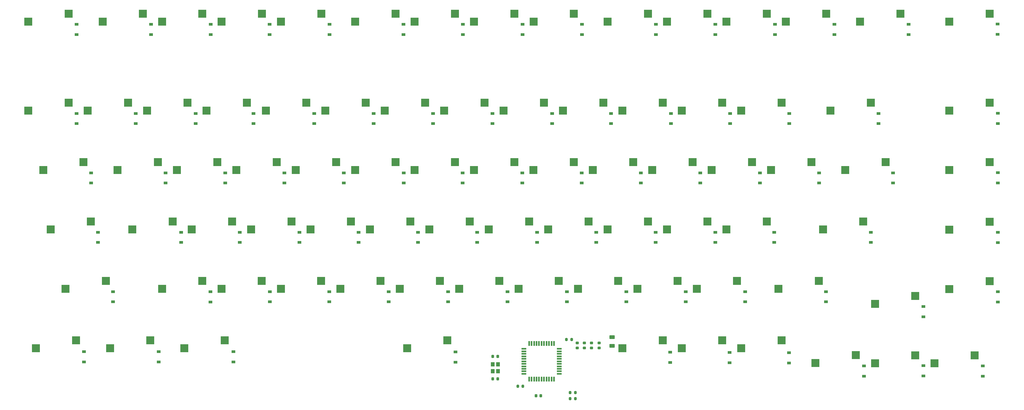
<source format=gbr>
%TF.GenerationSoftware,KiCad,Pcbnew,(6.0.0)*%
%TF.CreationDate,2022-01-14T20:24:59+07:00*%
%TF.ProjectId,fese75,66657365-3735-42e6-9b69-6361645f7063,rev?*%
%TF.SameCoordinates,Original*%
%TF.FileFunction,Paste,Bot*%
%TF.FilePolarity,Positive*%
%FSLAX46Y46*%
G04 Gerber Fmt 4.6, Leading zero omitted, Abs format (unit mm)*
G04 Created by KiCad (PCBNEW (6.0.0)) date 2022-01-14 20:24:59*
%MOMM*%
%LPD*%
G01*
G04 APERTURE LIST*
G04 Aperture macros list*
%AMRoundRect*
0 Rectangle with rounded corners*
0 $1 Rounding radius*
0 $2 $3 $4 $5 $6 $7 $8 $9 X,Y pos of 4 corners*
0 Add a 4 corners polygon primitive as box body*
4,1,4,$2,$3,$4,$5,$6,$7,$8,$9,$2,$3,0*
0 Add four circle primitives for the rounded corners*
1,1,$1+$1,$2,$3*
1,1,$1+$1,$4,$5*
1,1,$1+$1,$6,$7*
1,1,$1+$1,$8,$9*
0 Add four rect primitives between the rounded corners*
20,1,$1+$1,$2,$3,$4,$5,0*
20,1,$1+$1,$4,$5,$6,$7,0*
20,1,$1+$1,$6,$7,$8,$9,0*
20,1,$1+$1,$8,$9,$2,$3,0*%
G04 Aperture macros list end*
%ADD10R,2.550000X2.500000*%
%ADD11R,1.200000X0.900000*%
%ADD12RoundRect,0.200000X-0.200000X-0.275000X0.200000X-0.275000X0.200000X0.275000X-0.200000X0.275000X0*%
%ADD13RoundRect,0.200000X0.200000X0.275000X-0.200000X0.275000X-0.200000X-0.275000X0.200000X-0.275000X0*%
%ADD14RoundRect,0.225000X0.250000X-0.225000X0.250000X0.225000X-0.250000X0.225000X-0.250000X-0.225000X0*%
%ADD15RoundRect,0.225000X0.225000X0.250000X-0.225000X0.250000X-0.225000X-0.250000X0.225000X-0.250000X0*%
%ADD16RoundRect,0.250000X0.625000X-0.375000X0.625000X0.375000X-0.625000X0.375000X-0.625000X-0.375000X0*%
%ADD17RoundRect,0.225000X-0.225000X-0.250000X0.225000X-0.250000X0.225000X0.250000X-0.225000X0.250000X0*%
%ADD18R,1.200000X1.400000*%
%ADD19R,0.550000X1.500000*%
%ADD20R,1.500000X0.550000*%
G04 APERTURE END LIST*
D10*
%TO.C,R1*%
X121096250Y-105453750D03*
X134023250Y-102913750D03*
%TD*%
%TO.C,H1*%
X163958750Y-124503750D03*
X176885750Y-121963750D03*
%TD*%
%TO.C,/1*%
X249683750Y-143553750D03*
X262610750Y-141013750D03*
%TD*%
%TO.C,[1*%
X254446250Y-105453750D03*
X267373250Y-102913750D03*
%TD*%
%TO.C,MX8*%
X187771250Y-86403750D03*
X200698250Y-83863750D03*
%TD*%
%TO.C,UP1*%
X306833750Y-148316250D03*
X319760750Y-145776250D03*
%TD*%
%TO.C,F7*%
X178289106Y-57828750D03*
X191216106Y-55288750D03*
%TD*%
%TO.C,WIN1*%
X61565000Y-162603750D03*
X74492000Y-160063750D03*
%TD*%
%TO.C,MX6*%
X149671250Y-86403750D03*
X162598250Y-83863750D03*
%TD*%
%TO.C,TAB1*%
X40133750Y-105453750D03*
X53060750Y-102913750D03*
%TD*%
%TO.C,MX7*%
X168721250Y-86403750D03*
X181648250Y-83863750D03*
%TD*%
%TO.C,MX5*%
X130621250Y-86403750D03*
X143548250Y-83863750D03*
%TD*%
%TO.C,Q1*%
X63946250Y-105453750D03*
X76873250Y-102913750D03*
%TD*%
%TO.C,BACK1*%
X292546250Y-86403750D03*
X305473250Y-83863750D03*
%TD*%
%TO.C,E1*%
X102046250Y-105453750D03*
X114973250Y-102913750D03*
%TD*%
%TO.C,;1*%
X240158750Y-124503750D03*
X253085750Y-121963750D03*
%TD*%
%TO.C,\u002C1*%
X211583750Y-143553750D03*
X224510750Y-141013750D03*
%TD*%
%TO.C,P1*%
X235396250Y-105453750D03*
X248323250Y-102913750D03*
%TD*%
%TO.C,ALT2*%
X225871250Y-162603750D03*
X238798250Y-160063750D03*
%TD*%
%TO.C,X1*%
X97283750Y-143553750D03*
X110210750Y-141013750D03*
%TD*%
%TO.C,ENTER1*%
X290165000Y-124503750D03*
X303092000Y-121963750D03*
%TD*%
%TO.C,OPT3*%
X330646250Y-105466250D03*
X343573250Y-102926250D03*
%TD*%
%TO.C,F5*%
X140146250Y-57828750D03*
X153073250Y-55288750D03*
%TD*%
%TO.C,F9*%
X221120656Y-57828750D03*
X234047656Y-55288750D03*
%TD*%
%TO.C,OPT2*%
X330646250Y-86403750D03*
X343573250Y-83863750D03*
%TD*%
%TO.C,ALT1*%
X85377500Y-162603750D03*
X98304500Y-160063750D03*
%TD*%
%TO.C,`~1*%
X35371250Y-86403750D03*
X48298250Y-83863750D03*
%TD*%
%TO.C,J1*%
X183008750Y-124503750D03*
X195935750Y-121963750D03*
%TD*%
%TO.C,O1*%
X216346250Y-105453750D03*
X229273250Y-102913750D03*
%TD*%
%TO.C,F13*%
X125858750Y-124503750D03*
X138785750Y-121963750D03*
%TD*%
%TO.C,L1*%
X221108750Y-124503750D03*
X234035750Y-121963750D03*
%TD*%
%TO.C,B1*%
X154433750Y-143553750D03*
X167360750Y-141013750D03*
%TD*%
%TO.C,MX9*%
X206821250Y-86403750D03*
X219748250Y-83863750D03*
%TD*%
%TO.C,SPACE1*%
X156815000Y-162603750D03*
X169742000Y-160063750D03*
%TD*%
%TO.C,F1*%
X59183750Y-57828750D03*
X72110750Y-55288750D03*
%TD*%
%TO.C,DEL1*%
X302071250Y-57828750D03*
X314998250Y-55288750D03*
%TD*%
%TO.C,D46*%
X106808750Y-124503750D03*
X119735750Y-121963750D03*
%TD*%
%TO.C,U1*%
X178246250Y-105453750D03*
X191173250Y-102913750D03*
%TD*%
%TO.C,V1*%
X135383750Y-143553750D03*
X148310750Y-141013750D03*
%TD*%
%TO.C,G1*%
X144908750Y-124503750D03*
X157835750Y-121963750D03*
%TD*%
%TO.C,Z1*%
X78233750Y-143553750D03*
X91160750Y-141013750D03*
%TD*%
%TO.C,'1*%
X259208750Y-124503750D03*
X272135750Y-121963750D03*
%TD*%
%TO.C,CTL1*%
X263971250Y-162603750D03*
X276898250Y-160063750D03*
%TD*%
%TO.C,Y1*%
X159196250Y-105453750D03*
X172123250Y-102913750D03*
%TD*%
%TO.C,W1*%
X82996250Y-105453750D03*
X95923250Y-102913750D03*
%TD*%
%TO.C,F3*%
X97301309Y-57828750D03*
X110228309Y-55288750D03*
%TD*%
%TO.C,LEFT1*%
X287765000Y-167347500D03*
X300692000Y-164807500D03*
%TD*%
%TO.C,C1*%
X116333750Y-143553750D03*
X129260750Y-141013750D03*
%TD*%
%TO.C,F8*%
X197360534Y-57828750D03*
X210287534Y-55288750D03*
%TD*%
%TO.C,]1*%
X273496250Y-105453750D03*
X286423250Y-102913750D03*
%TD*%
%TO.C,K1*%
X202058750Y-124503750D03*
X214985750Y-121963750D03*
%TD*%
%TO.C,F4*%
X116368868Y-57828750D03*
X129295868Y-55288750D03*
%TD*%
%TO.C,DOWN1*%
X306833750Y-167366250D03*
X319760750Y-164826250D03*
%TD*%
%TO.C,OPT5*%
X330646250Y-143591250D03*
X343573250Y-141051250D03*
%TD*%
%TO.C,FN1*%
X244921250Y-162603750D03*
X257848250Y-160063750D03*
%TD*%
%TO.C,F12*%
X278234938Y-57828750D03*
X291161938Y-55288750D03*
%TD*%
%TO.C,R_SHIFT1*%
X275877500Y-143553750D03*
X288804500Y-141013750D03*
%TD*%
%TO.C,esc1*%
X35371250Y-57828750D03*
X48298250Y-55288750D03*
%TD*%
%TO.C,\u005C1*%
X297308750Y-105453750D03*
X310235750Y-102913750D03*
%TD*%
%TO.C,OPT4*%
X330646250Y-124528750D03*
X343573250Y-121988750D03*
%TD*%
%TO.C,F11*%
X259196844Y-57828750D03*
X272123844Y-55288750D03*
%TD*%
%TO.C,A1*%
X68708750Y-124503750D03*
X81635750Y-121963750D03*
%TD*%
%TO.C,MX3*%
X92521250Y-86403750D03*
X105448250Y-83863750D03*
%TD*%
%TO.C,MX4*%
X111571250Y-86403750D03*
X124498250Y-83863750D03*
%TD*%
%TO.C,MX2*%
X73471250Y-86403750D03*
X86398250Y-83863750D03*
%TD*%
%TO.C,I1*%
X197296250Y-105453750D03*
X210223250Y-102913750D03*
%TD*%
%TO.C,MX1*%
X54421250Y-86403750D03*
X67348250Y-83863750D03*
%TD*%
%TO.C,.1*%
X230633750Y-143553750D03*
X243560750Y-141013750D03*
%TD*%
%TO.C,F6*%
X159217678Y-57828750D03*
X172144678Y-55288750D03*
%TD*%
%TO.C,CAPS1*%
X42515000Y-124503750D03*
X55442000Y-121963750D03*
%TD*%
%TO.C,RIGHT1*%
X325883750Y-167366250D03*
X338810750Y-164826250D03*
%TD*%
%TO.C,L_SHIFT1*%
X47277500Y-143553750D03*
X60204500Y-141013750D03*
%TD*%
%TO.C,F10*%
X240158750Y-57828750D03*
X253085750Y-55288750D03*
%TD*%
%TO.C,M1*%
X192533750Y-143553750D03*
X205460750Y-141013750D03*
%TD*%
%TO.C,+1*%
X263971250Y-86403750D03*
X276898250Y-83863750D03*
%TD*%
%TO.C,F2*%
X78233750Y-57828750D03*
X91160750Y-55288750D03*
%TD*%
%TO.C,N1*%
X173483750Y-143553750D03*
X186410750Y-141013750D03*
%TD*%
%TO.C,MX10*%
X225871250Y-86403750D03*
X238798250Y-83863750D03*
%TD*%
%TO.C,-1*%
X244921250Y-86403750D03*
X257848250Y-83863750D03*
%TD*%
%TO.C,CLT1*%
X37752500Y-162603750D03*
X50679500Y-160063750D03*
%TD*%
%TO.C,S1*%
X87758750Y-124503750D03*
X100685750Y-121963750D03*
%TD*%
%TO.C,T1*%
X140146250Y-105453750D03*
X153073250Y-102913750D03*
%TD*%
%TO.C,OPT1*%
X330646250Y-57828750D03*
X343573250Y-55288750D03*
%TD*%
D11*
%TO.C,D11*%
X255672322Y-61996250D03*
X255672322Y-58696250D03*
%TD*%
%TO.C,D9*%
X212881250Y-61996250D03*
X212881250Y-58696250D03*
%TD*%
%TO.C,D49*%
X103168750Y-128671250D03*
X103168750Y-125371250D03*
%TD*%
%TO.C,D78*%
X172300000Y-167093750D03*
X172300000Y-163793750D03*
%TD*%
%TO.C,D24*%
X203281250Y-90571250D03*
X203281250Y-87271250D03*
%TD*%
%TO.C,D19*%
X107556250Y-90571250D03*
X107556250Y-87271250D03*
%TD*%
%TO.C,D82*%
X303268750Y-171515000D03*
X303268750Y-168215000D03*
%TD*%
%TO.C,D61*%
X62487500Y-147721250D03*
X62487500Y-144421250D03*
%TD*%
%TO.C,D34*%
X117506250Y-109621250D03*
X117506250Y-106321250D03*
%TD*%
%TO.C,D43*%
X288956250Y-109621250D03*
X288956250Y-106321250D03*
%TD*%
%TO.C,D53*%
X179293750Y-128671250D03*
X179293750Y-125371250D03*
%TD*%
%TO.C,D57*%
X255668750Y-128671250D03*
X255668750Y-125371250D03*
%TD*%
%TO.C,D14*%
X317625000Y-62012500D03*
X317625000Y-58712500D03*
%TD*%
%TO.C,D3*%
X93803869Y-61996250D03*
X93803869Y-58696250D03*
%TD*%
%TO.C,D2*%
X74706250Y-62037500D03*
X74706250Y-58737500D03*
%TD*%
%TO.C,D52*%
X160318750Y-128671250D03*
X160318750Y-125371250D03*
%TD*%
%TO.C,D75*%
X53237500Y-166968750D03*
X53237500Y-163668750D03*
%TD*%
%TO.C,D54*%
X198468750Y-128671250D03*
X198468750Y-125371250D03*
%TD*%
%TO.C,D56*%
X236468750Y-128671250D03*
X236468750Y-125371250D03*
%TD*%
%TO.C,D79*%
X241181250Y-167193750D03*
X241181250Y-163893750D03*
%TD*%
%TO.C,D80*%
X260206250Y-167243750D03*
X260206250Y-163943750D03*
%TD*%
%TO.C,D35*%
X136556250Y-109621250D03*
X136556250Y-106321250D03*
%TD*%
%TO.C,D16*%
X50856250Y-90571250D03*
X50856250Y-87271250D03*
%TD*%
%TO.C,D48*%
X84318750Y-128671250D03*
X84318750Y-125371250D03*
%TD*%
%TO.C,D30*%
X346193750Y-90556250D03*
X346193750Y-87256250D03*
%TD*%
%TO.C,D83*%
X322368750Y-171481250D03*
X322368750Y-168181250D03*
%TD*%
%TO.C,D13*%
X293805656Y-61996250D03*
X293805656Y-58696250D03*
%TD*%
%TO.C,D41*%
X250856250Y-109621250D03*
X250856250Y-106321250D03*
%TD*%
D12*
%TO.C,R2*%
X192275000Y-174787500D03*
X193925000Y-174787500D03*
%TD*%
D11*
%TO.C,D21*%
X146106250Y-90571250D03*
X146106250Y-87271250D03*
%TD*%
%TO.C,D71*%
X265193750Y-147721250D03*
X265193750Y-144421250D03*
%TD*%
D13*
%TO.C,R4*%
X210750000Y-176787500D03*
X209100000Y-176787500D03*
%TD*%
D11*
%TO.C,D32*%
X79406250Y-109621250D03*
X79406250Y-106321250D03*
%TD*%
%TO.C,D40*%
X231756250Y-109621250D03*
X231756250Y-106321250D03*
%TD*%
%TO.C,D51*%
X141293750Y-128671250D03*
X141293750Y-125371250D03*
%TD*%
%TO.C,D47*%
X57725000Y-128671250D03*
X57725000Y-125371250D03*
%TD*%
D12*
%TO.C,R5*%
X207925000Y-159787500D03*
X209575000Y-159787500D03*
%TD*%
D11*
%TO.C,D27*%
X260406250Y-90571250D03*
X260406250Y-87271250D03*
%TD*%
%TO.C,D29*%
X307931250Y-90571250D03*
X307931250Y-87271250D03*
%TD*%
D14*
%TO.C,C6*%
X215958750Y-162462500D03*
X215958750Y-160912500D03*
%TD*%
D11*
%TO.C,D7*%
X174714582Y-61996250D03*
X174714582Y-58696250D03*
%TD*%
D15*
%TO.C,C3*%
X185850000Y-172368750D03*
X184300000Y-172368750D03*
%TD*%
D11*
%TO.C,D84*%
X341418750Y-171515000D03*
X341418750Y-168215000D03*
%TD*%
D16*
%TO.C,F14*%
X222500000Y-161800000D03*
X222500000Y-159000000D03*
%TD*%
D11*
%TO.C,D81*%
X279256250Y-167293750D03*
X279256250Y-163993750D03*
%TD*%
%TO.C,D1*%
X50816250Y-61996250D03*
X50816250Y-58696250D03*
%TD*%
%TO.C,D70*%
X246132630Y-147721250D03*
X246132630Y-144421250D03*
%TD*%
D14*
%TO.C,C5*%
X218368750Y-162462500D03*
X218368750Y-160912500D03*
%TD*%
D11*
%TO.C,D12*%
X274738988Y-61996250D03*
X274738988Y-58696250D03*
%TD*%
%TO.C,D45*%
X346193750Y-109618750D03*
X346193750Y-106318750D03*
%TD*%
%TO.C,D36*%
X155731250Y-109621250D03*
X155731250Y-106321250D03*
%TD*%
%TO.C,D68*%
X208035410Y-147721250D03*
X208035410Y-144421250D03*
%TD*%
%TO.C,D73*%
X322368750Y-152515000D03*
X322368750Y-149215000D03*
%TD*%
%TO.C,D6*%
X155631250Y-61996250D03*
X155631250Y-58696250D03*
%TD*%
%TO.C,D5*%
X131953869Y-61996250D03*
X131953869Y-58696250D03*
%TD*%
%TO.C,D15*%
X346131250Y-61943750D03*
X346131250Y-58643750D03*
%TD*%
%TO.C,D60*%
X346193750Y-128681250D03*
X346193750Y-125381250D03*
%TD*%
%TO.C,D42*%
X269931250Y-109621250D03*
X269931250Y-106321250D03*
%TD*%
%TO.C,D65*%
X150877080Y-147721250D03*
X150877080Y-144421250D03*
%TD*%
%TO.C,D50*%
X122268750Y-128671250D03*
X122268750Y-125371250D03*
%TD*%
D12*
%TO.C,R3*%
X209100000Y-178787500D03*
X210750000Y-178787500D03*
%TD*%
D14*
%TO.C,C7*%
X213618750Y-162462500D03*
X213618750Y-160912500D03*
%TD*%
D15*
%TO.C,C2*%
X185850000Y-165225000D03*
X184300000Y-165225000D03*
%TD*%
D11*
%TO.C,D72*%
X291112500Y-147721250D03*
X291112500Y-144421250D03*
%TD*%
%TO.C,D31*%
X55518750Y-109621250D03*
X55518750Y-106321250D03*
%TD*%
%TO.C,D4*%
X112753869Y-61996250D03*
X112753869Y-58696250D03*
%TD*%
%TO.C,D55*%
X217468750Y-128671250D03*
X217468750Y-125371250D03*
%TD*%
%TO.C,D26*%
X241406250Y-90571250D03*
X241406250Y-87271250D03*
%TD*%
%TO.C,D67*%
X188999300Y-147721250D03*
X188999300Y-144421250D03*
%TD*%
D17*
%TO.C,C4*%
X198150000Y-177787500D03*
X199700000Y-177787500D03*
%TD*%
D11*
%TO.C,D44*%
X312618750Y-109621250D03*
X312618750Y-106321250D03*
%TD*%
%TO.C,D38*%
X193731250Y-109621250D03*
X193731250Y-106321250D03*
%TD*%
%TO.C,D22*%
X165156250Y-90571250D03*
X165156250Y-87271250D03*
%TD*%
%TO.C,D62*%
X93743750Y-147743750D03*
X93743750Y-144443750D03*
%TD*%
%TO.C,D28*%
X279381250Y-90571250D03*
X279381250Y-87271250D03*
%TD*%
%TO.C,D58*%
X274518750Y-128671250D03*
X274518750Y-125371250D03*
%TD*%
%TO.C,D25*%
X222231250Y-90571250D03*
X222231250Y-87271250D03*
%TD*%
%TO.C,D77*%
X101112500Y-166968750D03*
X101112500Y-163668750D03*
%TD*%
%TO.C,D39*%
X212806250Y-109621250D03*
X212806250Y-106321250D03*
%TD*%
D18*
%TO.C,Y2*%
X184225000Y-169987500D03*
X184225000Y-167787500D03*
X185925000Y-167787500D03*
X185925000Y-169987500D03*
%TD*%
D11*
%TO.C,D64*%
X131840970Y-147721250D03*
X131840970Y-144421250D03*
%TD*%
%TO.C,D63*%
X112804860Y-147721250D03*
X112804860Y-144421250D03*
%TD*%
%TO.C,D23*%
X184206250Y-90571250D03*
X184206250Y-87271250D03*
%TD*%
%TO.C,D69*%
X227071520Y-147721250D03*
X227071520Y-144421250D03*
%TD*%
%TO.C,D76*%
X77125000Y-166968750D03*
X77125000Y-163668750D03*
%TD*%
D19*
%TO.C,U2*%
X203925000Y-172487500D03*
X203125000Y-172487500D03*
X202325000Y-172487500D03*
X201525000Y-172487500D03*
X200725000Y-172487500D03*
X199925000Y-172487500D03*
X199125000Y-172487500D03*
X198325000Y-172487500D03*
X197525000Y-172487500D03*
X196725000Y-172487500D03*
X195925000Y-172487500D03*
D20*
X194225000Y-170787500D03*
X194225000Y-169987500D03*
X194225000Y-169187500D03*
X194225000Y-168387500D03*
X194225000Y-167587500D03*
X194225000Y-166787500D03*
X194225000Y-165987500D03*
X194225000Y-165187500D03*
X194225000Y-164387500D03*
X194225000Y-163587500D03*
X194225000Y-162787500D03*
D19*
X195925000Y-161087500D03*
X196725000Y-161087500D03*
X197525000Y-161087500D03*
X198325000Y-161087500D03*
X199125000Y-161087500D03*
X199925000Y-161087500D03*
X200725000Y-161087500D03*
X201525000Y-161087500D03*
X202325000Y-161087500D03*
X203125000Y-161087500D03*
X203925000Y-161087500D03*
D20*
X205625000Y-162787500D03*
X205625000Y-163587500D03*
X205625000Y-164387500D03*
X205625000Y-165187500D03*
X205625000Y-165987500D03*
X205625000Y-166787500D03*
X205625000Y-167587500D03*
X205625000Y-168387500D03*
X205625000Y-169187500D03*
X205625000Y-169987500D03*
X205625000Y-170787500D03*
%TD*%
D11*
%TO.C,D20*%
X127056250Y-90571250D03*
X127056250Y-87271250D03*
%TD*%
%TO.C,D33*%
X98481250Y-109621250D03*
X98481250Y-106321250D03*
%TD*%
%TO.C,D59*%
X305500000Y-128671250D03*
X305500000Y-125371250D03*
%TD*%
%TO.C,D8*%
X193797914Y-61996250D03*
X193797914Y-58696250D03*
%TD*%
D14*
%TO.C,C8*%
X211368750Y-162462500D03*
X211368750Y-160912500D03*
%TD*%
D11*
%TO.C,D18*%
X89006250Y-90571250D03*
X89006250Y-87271250D03*
%TD*%
%TO.C,D66*%
X169938190Y-147721250D03*
X169938190Y-144421250D03*
%TD*%
%TO.C,D10*%
X236605656Y-61996250D03*
X236605656Y-58696250D03*
%TD*%
%TO.C,D17*%
X69806250Y-90571250D03*
X69806250Y-87271250D03*
%TD*%
%TO.C,D74*%
X346193750Y-147743750D03*
X346193750Y-144443750D03*
%TD*%
%TO.C,D37*%
X174606250Y-109621250D03*
X174606250Y-106321250D03*
%TD*%
M02*

</source>
